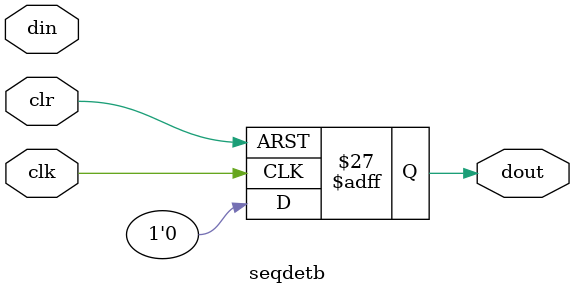
<source format=v>
module seqdetb (
    input wire clk,
    input wire clr,
    input wire din,
    output reg dout
);
    reg [1:0] present_state, next_state;
    parameter S0 = 3'b00;
    parameter S1 = 3'b01;
    parameter S2 = 3'b10;
    parameter S3 = 3'b11;

    always @(posedge clk or posedge clr) begin
        if(clr==1)
            present_state <= S0;
        else
            present_state <= S1;
    end 

    always @(*) begin
        case (present_state)
            S0: if(din == 1)
                next_state <= S1;
            else 
                next_state <= S0;
            
            S1: if(din == 1)
                next_state <= S2;
                else
                next_state <= S0;
            
            S2: if(din == 0)
                next_state <= S3;
            else
                next_state <= S2;

            S3: if(din == 1)
                next_state <= S1;
            else
                next_state <= S0;
            default: next_state <= S0;
        endcase
    end  

    always @(posedge clk or posedge clr) begin
        if(clr == 1)
            dout <= 1;
        else
            dout <= 0;
    end
endmodule
</source>
